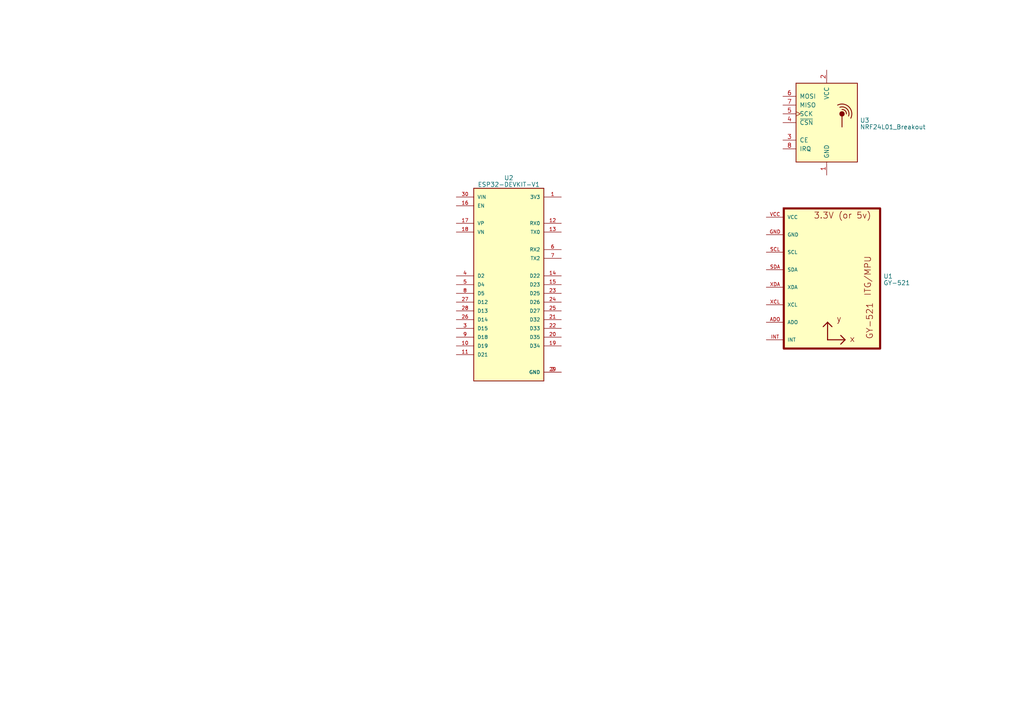
<source format=kicad_sch>
(kicad_sch (version 20230121) (generator eeschema)
  (paper "A4")
  (lib_symbols
    (symbol "ESP32-DEVKIT-V1:ESP32-DEVKIT-V1" (pin_names (offset 1.016))
      (property "Reference" "U" (at -10.16 30.48 0))
      (property "Value" "ESP32-DEVKIT-V1" (at -10.16 -30.48 0))
      (symbol "ESP32-DEVKIT-V1_0_0"
        (rectangle (start -10.16 -27.94) (end 10.16 27.94) (stroke (width 0.254)) (fill (type background)))
        (pin output line (at 15.24 25.4 180) (length 5.08) (name "3V3") (number "1"))
        (pin bidirectional line (at -15.24 -17.78 0) (length 5.08) (name "D19") (number "10"))
        (pin bidirectional line (at -15.24 -20.32 0) (length 5.08) (name "D21") (number "11"))
        (pin input line (at 15.24 17.78 180) (length 5.08) (name "RX0") (number "12"))
        (pin output line (at 15.24 15.24 180) (length 5.08) (name "TX0") (number "13"))
        (pin bidirectional line (at 15.24 2.54 180) (length 5.08) (name "D22") (number "14"))
        (pin bidirectional line (at 15.24 0 180) (length 5.08) (name "D23") (number "15"))
        (pin input line (at -15.24 22.86 0) (length 5.08) (name "EN") (number "16"))
        (pin bidirectional line (at -15.24 17.78 0) (length 5.08) (name "VP") (number "17"))
        (pin bidirectional line (at -15.24 15.24 0) (length 5.08) (name "VN") (number "18"))
        (pin bidirectional line (at 15.24 -17.78 180) (length 5.08) (name "D34") (number "19"))
        (pin power_in line (at 15.24 -25.4 180) (length 5.08) (name "GND") (number "2"))
        (pin bidirectional line (at 15.24 -15.24 180) (length 5.08) (name "D35") (number "20"))
        (pin bidirectional line (at 15.24 -10.16 180) (length 5.08) (name "D32") (number "21"))
        (pin bidirectional line (at 15.24 -12.7 180) (length 5.08) (name "D33") (number "22"))
        (pin bidirectional line (at 15.24 -2.54 180) (length 5.08) (name "D25") (number "23"))
        (pin bidirectional line (at 15.24 -5.08 180) (length 5.08) (name "D26") (number "24"))
        (pin bidirectional line (at 15.24 -7.62 180) (length 5.08) (name "D27") (number "25"))
        (pin bidirectional line (at -15.24 -10.16 0) (length 5.08) (name "D14") (number "26"))
        (pin bidirectional line (at -15.24 -5.08 0) (length 5.08) (name "D12") (number "27"))
        (pin bidirectional line (at -15.24 -7.62 0) (length 5.08) (name "D13") (number "28"))
        (pin power_in line (at 15.24 -25.4 180) (length 5.08) (name "GND") (number "29"))
        (pin bidirectional line (at -15.24 -12.7 0) (length 5.08) (name "D15") (number "3"))
        (pin input line (at -15.24 25.4 0) (length 5.08) (name "VIN") (number "30"))
        (pin bidirectional line (at -15.24 2.54 0) (length 5.08) (name "D2") (number "4"))
        (pin bidirectional line (at -15.24 0 0) (length 5.08) (name "D4") (number "5"))
        (pin input line (at 15.24 10.16 180) (length 5.08) (name "RX2") (number "6"))
        (pin output line (at 15.24 7.62 180) (length 5.08) (name "TX2") (number "7"))
        (pin bidirectional line (at -15.24 -2.54 0) (length 5.08) (name "D5") (number "8"))
        (pin bidirectional line (at -15.24 -15.24 0) (length 5.08) (name "D18") (number "9"))
      )
    )
    (symbol "GY-521:GY-521" (pin_names (offset 1.016))
      (property "Reference" "U" (at 0 0 0))
      (property "Value" "GY-521" (at 0 0 0))
      (symbol "GY-521_0_0"
        (rectangle (start -10.16 -22.86) (end 17.78 17.78) (stroke (width 0.6096)) (fill (type background)))
        (polyline (pts (xy 2.54 -20.32) (xy 2.54 -15.24)) (stroke (width 0.3048)))
        (polyline (pts (xy 2.54 -20.32) (xy 7.62 -20.32)) (stroke (width 0.3048)))
        (polyline (pts (xy 2.54 -15.24) (xy 1.27 -16.51)) (stroke (width 0.3048)))
        (polyline (pts (xy 2.54 -15.24) (xy 3.81 -16.51)) (stroke (width 0.3048)))
        (polyline (pts (xy 7.62 -20.32) (xy 6.35 -21.59)) (stroke (width 0.3048)))
        (polyline (pts (xy 7.62 -20.32) (xy 6.35 -19.05)) (stroke (width 0.3048)))
        (text "3.3V (or 5v)" (at -1.524 14.732 0) (effects (font (size 1.778 1.778)) (justify left bottom)))
        (text "GY-521" (at 13.716 -9.398 900) (effects (font (size 1.778 1.778)) (justify right top)))
        (text "ITG/MPU" (at 15.24 -7.62 900) (effects (font (size 1.778 1.778)) (justify left bottom)))
        (text "x" (at 8.89 -21.082 0) (effects (font (size 1.778 1.778)) (justify left bottom)))
        (text "y" (at 5.08 -15.24 0) (effects (font (size 1.778 1.778)) (justify left bottom)))
        (pin bidirectional line (at -15.24 -15.24 0) (length 5.08) (name "ADO") (number "ADO"))
        (pin bidirectional line (at -15.24 10.16 0) (length 5.08) (name "GND") (number "GND"))
        (pin bidirectional line (at -15.24 -20.32 0) (length 5.08) (name "INT") (number "INT"))
        (pin bidirectional line (at -15.24 5.08 0) (length 5.08) (name "SCL") (number "SCL"))
        (pin bidirectional line (at -15.24 0 0) (length 5.08) (name "SDA") (number "SDA"))
        (pin bidirectional line (at -15.24 15.24 0) (length 5.08) (name "VCC") (number "VCC"))
        (pin bidirectional line (at -15.24 -10.16 0) (length 5.08) (name "XCL") (number "XCL"))
        (pin bidirectional line (at -15.24 -5.08 0) (length 5.08) (name "XDA") (number "XDA"))
      )
    )
    (symbol "RF:NRF24L01_Breakout" (pin_names (offset 1.016))
      (property "Reference" "U" (at -8.89 12.7 0))
      (property "Value" "NRF24L01_Breakout" (at 3.81 12.7 0))
      (symbol "NRF24L01_Breakout_0_1"
        (rectangle (start -8.89 11.43) (end 8.89 -11.43) (stroke (width 0.254)) (fill (type background)))
        (polyline (pts (xy 4.445 1.905) (xy 4.445 -1.27)) (stroke (width 0.254)))
        (circle (center 4.445 2.54) (radius 0.635) (stroke (width 0.254)) (fill (type outline)))
        (arc (start 5.715 2.54) (mid 5.3521 3.4546) (end 4.445 3.81) (stroke (width 0.254)))
        (arc (start 6.35 1.905) (mid 5.8763 3.9854) (end 3.81 4.445) (stroke (width 0.254)))
        (arc (start 6.985 1.27) (mid 6.453 4.548) (end 3.175 5.08) (stroke (width 0.254)))
      )
      (symbol "NRF24L01_Breakout_1_1"
        (pin power_in line (at 0 -15.24 90) (length 3.81) (name "GND") (number "1"))
        (pin power_in line (at 0 15.24 270) (length 3.81) (name "VCC") (number "2"))
        (pin input line (at -12.7 -5.08 0) (length 3.81) (name "CE") (number "3"))
        (pin input line (at -12.7 0 0) (length 3.81) (name "~{CSN}") (number "4"))
        (pin input clock (at -12.7 2.54 0) (length 3.81) (name "SCK") (number "5"))
        (pin input line (at -12.7 7.62 0) (length 3.81) (name "MOSI") (number "6"))
        (pin output line (at -12.7 5.08 0) (length 3.81) (name "MISO") (number "7"))
        (pin output line (at -12.7 -7.62 0) (length 3.81) (name "IRQ") (number "8"))
      )
    )
  )
  (symbol (lib_id "RF:NRF24L01_Breakout") (at 239.776 35.56 0) (unit 1)
    (property "Reference" "U3" (at 249.428 34.9163 0) (effects (justify left)))
    (property "Value" "NRF24L01_Breakout" (at 249.428 36.8373 0) (effects (justify left)))
    (property "Footprint" "RF_Module:nRF24L01_Breakout" (effects hide))
    (property "Datasheet" "http://www.nordicsemi.com/eng/content/download/2730/34105/file/nRF24L01_Product_Specification_v2_0.pdf" (effects hide))
  )
  (symbol (lib_id "GY-521:GY-521") (at 237.49 78.232 0) (unit 1)
    (property "Reference" "U1" (at 256.2098 80.1283 0) (effects (justify left)))
    (property "Value" "GY-521" (at 256.2098 82.0493 0) (effects (justify left)))
    (property "Footprint" "GY-521" (effects hide))
  )
  (symbol (lib_id "ESP32-DEVKIT-V1:ESP32-DEVKIT-V1") (at 147.574 82.55 0) (unit 1)
    (property "Reference" "U2" (at 147.574 51.6001 0))
    (property "Value" "ESP32-DEVKIT-V1" (at 147.574 53.5211 0))
    (property "Footprint" "MODULE_ESP32_DEVKIT_V1" (effects hide))
    (property "PARTREV" "N/A" (effects hide))
    (property "MANUFACTURER" "DOIT" (effects hide))
    (property "MAXIMUM_PACKAGE_HEIGHT" "6.8 mm" (effects hide))
    (property "STANDARD" "Manufacturer Recommendations" (effects hide))
  )
)
</source>
